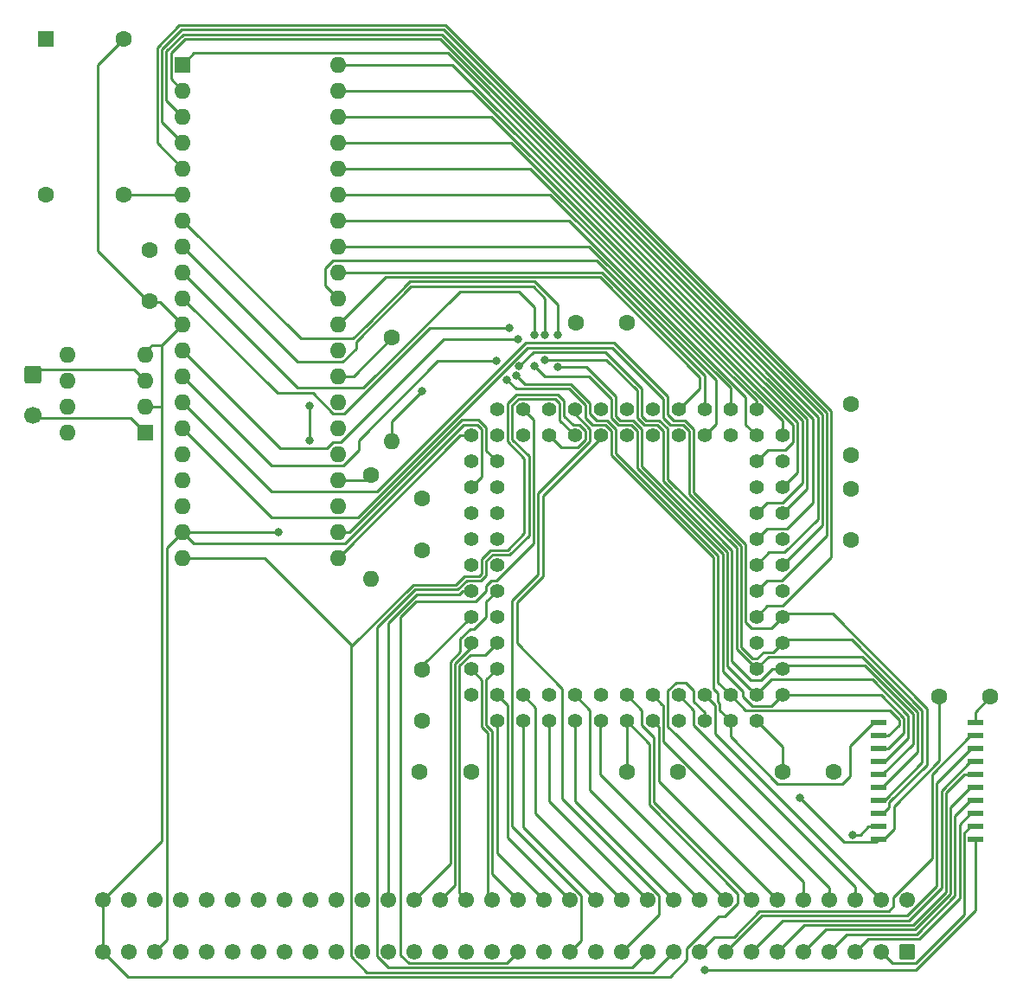
<source format=gbr>
%TF.GenerationSoftware,KiCad,Pcbnew,7.0.5*%
%TF.CreationDate,2024-02-10T13:24:14-07:00*%
%TF.ProjectId,z80_board,7a38305f-626f-4617-9264-2e6b69636164,rev?*%
%TF.SameCoordinates,Original*%
%TF.FileFunction,Copper,L1,Top*%
%TF.FilePolarity,Positive*%
%FSLAX46Y46*%
G04 Gerber Fmt 4.6, Leading zero omitted, Abs format (unit mm)*
G04 Created by KiCad (PCBNEW 7.0.5) date 2024-02-10 13:24:14*
%MOMM*%
%LPD*%
G01*
G04 APERTURE LIST*
G04 Aperture macros list*
%AMRoundRect*
0 Rectangle with rounded corners*
0 $1 Rounding radius*
0 $2 $3 $4 $5 $6 $7 $8 $9 X,Y pos of 4 corners*
0 Add a 4 corners polygon primitive as box body*
4,1,4,$2,$3,$4,$5,$6,$7,$8,$9,$2,$3,0*
0 Add four circle primitives for the rounded corners*
1,1,$1+$1,$2,$3*
1,1,$1+$1,$4,$5*
1,1,$1+$1,$6,$7*
1,1,$1+$1,$8,$9*
0 Add four rect primitives between the rounded corners*
20,1,$1+$1,$2,$3,$4,$5,0*
20,1,$1+$1,$4,$5,$6,$7,0*
20,1,$1+$1,$6,$7,$8,$9,0*
20,1,$1+$1,$8,$9,$2,$3,0*%
G04 Aperture macros list end*
%TA.AperFunction,ComponentPad*%
%ADD10RoundRect,0.250000X-0.600000X0.600000X-0.600000X-0.600000X0.600000X-0.600000X0.600000X0.600000X0*%
%TD*%
%TA.AperFunction,ComponentPad*%
%ADD11C,1.700000*%
%TD*%
%TA.AperFunction,ComponentPad*%
%ADD12C,1.600000*%
%TD*%
%TA.AperFunction,SMDPad,CuDef*%
%ADD13R,1.500000X0.600000*%
%TD*%
%TA.AperFunction,ComponentPad*%
%ADD14R,1.600000X1.600000*%
%TD*%
%TA.AperFunction,ComponentPad*%
%ADD15O,1.600000X1.600000*%
%TD*%
%TA.AperFunction,ComponentPad*%
%ADD16C,1.422400*%
%TD*%
%TA.AperFunction,ComponentPad*%
%ADD17RoundRect,0.249999X0.525001X0.525001X-0.525001X0.525001X-0.525001X-0.525001X0.525001X-0.525001X0*%
%TD*%
%TA.AperFunction,ComponentPad*%
%ADD18C,1.550000*%
%TD*%
%TA.AperFunction,ViaPad*%
%ADD19C,0.800000*%
%TD*%
%TA.AperFunction,Conductor*%
%ADD20C,0.250000*%
%TD*%
G04 APERTURE END LIST*
D10*
%TO.P,SW1,1,1*%
%TO.N,GND*%
X82750000Y-100000000D03*
D11*
%TO.P,SW1,2,2*%
%TO.N,Net-(U4-~{MR})*%
X82750000Y-104000000D03*
%TD*%
D12*
%TO.P,C9,2*%
%TO.N,VCC*%
X94150000Y-92800000D03*
%TO.P,C9,1*%
%TO.N,GND*%
X94150000Y-87800000D03*
%TD*%
D13*
%TO.P,U2,1,~{ba}/ab*%
%TO.N,R{slash}~{W}*%
X175000000Y-145465000D03*
%TO.P,U2,2,A0*%
%TO.N,DATA^{BUS}0*%
X175000000Y-144195000D03*
%TO.P,U2,3,A1*%
%TO.N,DATA^{BUS}1*%
X175000000Y-142925000D03*
%TO.P,U2,4,A2*%
%TO.N,DATA^{BUS}2*%
X175000000Y-141655000D03*
%TO.P,U2,5,A3*%
%TO.N,DATA^{BUS}3*%
X175000000Y-140385000D03*
%TO.P,U2,6,A4*%
%TO.N,DATA^{BUS}4*%
X175000000Y-139115000D03*
%TO.P,U2,7,A5*%
%TO.N,DATA^{BUS}5*%
X175000000Y-137845000D03*
%TO.P,U2,8,A6*%
%TO.N,DATA^{BUS}6*%
X175000000Y-136575000D03*
%TO.P,U2,9,A7*%
%TO.N,DATA^{BUS}7*%
X175000000Y-135305000D03*
%TO.P,U2,10,GND*%
%TO.N,GND*%
X175000000Y-134035000D03*
%TO.P,U2,11,B7*%
%TO.N,DATA^{MPU}7*%
X165500000Y-134035000D03*
%TO.P,U2,12,B6*%
%TO.N,DATA^{MPU}6*%
X165500000Y-135305000D03*
%TO.P,U2,13,B5*%
%TO.N,DATA^{MPU}5*%
X165500000Y-136575000D03*
%TO.P,U2,14,B4*%
%TO.N,DATA^{MPU}4*%
X165500000Y-137845000D03*
%TO.P,U2,15,B3*%
%TO.N,DATA^{MPU}3*%
X165500000Y-139115000D03*
%TO.P,U2,16,B2*%
%TO.N,DATA^{MPU}2*%
X165500000Y-140385000D03*
%TO.P,U2,17,B1*%
%TO.N,DATA^{MPU}1*%
X165500000Y-141655000D03*
%TO.P,U2,18,B0*%
%TO.N,DATA^{MPU}0*%
X165500000Y-142925000D03*
%TO.P,U2,19,CE*%
%TO.N,~{MRQ}*%
X165500000Y-144195000D03*
%TO.P,U2,20,VCC*%
%TO.N,VCC*%
X165500000Y-145465000D03*
%TD*%
D12*
%TO.P,C10,1*%
%TO.N,GND*%
X176500000Y-131500000D03*
%TO.P,C10,2*%
%TO.N,VCC*%
X171500000Y-131500000D03*
%TD*%
D14*
%TO.P,U4,1,~{MR}*%
%TO.N,Net-(U4-~{MR})*%
X93750000Y-105642704D03*
D15*
%TO.P,U4,2,VCC*%
%TO.N,VCC*%
X93750000Y-103102704D03*
%TO.P,U4,3,GND*%
%TO.N,GND*%
X93750000Y-100562704D03*
%TO.P,U4,4,PFI*%
%TO.N,VCC*%
X93750000Y-98022704D03*
%TO.P,U4,5,~{PFO}*%
%TO.N,~{FIRQ}*%
X86130000Y-98022704D03*
%TO.P,U4,6,WDI*%
%TO.N,unconnected-(U4-WDI-Pad6)*%
X86130000Y-100562704D03*
%TO.P,U4,7,~{RES}*%
%TO.N,~{RES}*%
X86130000Y-103102704D03*
%TO.P,U4,8,~{WDO}*%
%TO.N,unconnected-(U4-~{WDO}-Pad8)*%
X86130000Y-105642704D03*
%TD*%
D12*
%TO.P,C3,1*%
%TO.N,VCC*%
X140867295Y-94882704D03*
%TO.P,C3,2*%
%TO.N,GND*%
X135867295Y-94882704D03*
%TD*%
D16*
%TO.P,U3,84,GOE1*%
%TO.N,unconnected-(U3-GOE1-Pad84)*%
X143407295Y-105932704D03*
%TO.P,U3,83,GLCK1*%
%TO.N,unconnected-(U3-GLCK1-Pad83)*%
X143407295Y-103392704D03*
%TO.P,U3,82,GND*%
%TO.N,GND*%
X145947295Y-105932704D03*
%TO.P,U3,81,A^{IN}0*%
%TO.N,ADDR^{MPU}0*%
X145947295Y-103392704D03*
%TO.P,U3,80,A^{IN}1*%
%TO.N,ADDR^{MPU}1*%
X148487295Y-105932704D03*
%TO.P,U3,79,A^{IN}2*%
%TO.N,ADDR^{MPU}2*%
X148487295Y-103392704D03*
%TO.P,U3,78,VCC^{IO}*%
%TO.N,VCC*%
X151027295Y-105932704D03*
%TO.P,U3,77,A^{IN}3*%
%TO.N,ADDR^{MPU}3*%
X151027295Y-103392704D03*
%TO.P,U3,76,A^{IN}4*%
%TO.N,ADDR^{MPU}4*%
X153567295Y-105932704D03*
%TO.P,U3,75,A^{IN}5*%
%TO.N,ADDR^{MPU}5*%
X153567295Y-103392704D03*
%TO.P,U3,74,A^{IN}6*%
%TO.N,ADDR^{MPU}6*%
X156107295Y-105932704D03*
%TO.P,U3,73,A^{IN}7*%
%TO.N,ADDR^{MPU}7*%
X153567295Y-108472704D03*
%TO.P,U3,72,GND*%
%TO.N,GND*%
X156107295Y-108472704D03*
%TO.P,U3,71,JTAG^{TDO}*%
%TO.N,unconnected-(U3-JTAG^{TDO}-Pad71)*%
X153567295Y-111012704D03*
%TO.P,U3,70,A^{IN}8*%
%TO.N,ADDR^{MPU}8*%
X156107295Y-111012704D03*
%TO.P,U3,69,A^{IN}9*%
%TO.N,ADDR^{MPU}9*%
X153567295Y-113552704D03*
%TO.P,U3,68,A^{IN}10*%
%TO.N,ADDR^{MPU}10*%
X156107295Y-113552704D03*
%TO.P,U3,67,A^{IN}11*%
%TO.N,ADDR^{MPU}11*%
X153567295Y-116092704D03*
%TO.P,U3,66,VCC^{IO}*%
%TO.N,VCC*%
X156107295Y-116092704D03*
%TO.P,U3,65,A^{IN}12*%
%TO.N,ADDR^{MPU}12*%
X153567295Y-118632704D03*
%TO.P,U3,64,A^{IN}13*%
%TO.N,ADDR^{MPU}13*%
X156107295Y-118632704D03*
%TO.P,U3,63,A^{IN}14*%
%TO.N,ADDR^{MPU}14*%
X153567295Y-121172704D03*
%TO.P,U3,62,JTAG^{TCK}*%
%TO.N,unconnected-(U3-JTAG^{TCK}-Pad62)*%
X156107295Y-121172704D03*
%TO.P,U3,61,A^{IN}15*%
%TO.N,ADDR^{MPU}15*%
X153567295Y-123712704D03*
%TO.P,U3,60,D0*%
%TO.N,DATA^{MPU}0*%
X156107295Y-123712704D03*
%TO.P,U3,59,GND*%
%TO.N,GND*%
X153567295Y-126252704D03*
%TO.P,U3,58,D1*%
%TO.N,DATA^{MPU}1*%
X156107295Y-126252704D03*
%TO.P,U3,57,D2*%
%TO.N,DATA^{MPU}2*%
X153567295Y-128792704D03*
%TO.P,U3,56,D3*%
%TO.N,DATA^{MPU}3*%
X156107295Y-128792704D03*
%TO.P,U3,55,D4*%
%TO.N,DATA^{MPU}4*%
X153567295Y-131332704D03*
%TO.P,U3,54,D5*%
%TO.N,DATA^{MPU}5*%
X156107295Y-131332704D03*
%TO.P,U3,53,VCC^{IO}*%
%TO.N,VCC*%
X153567295Y-133872704D03*
%TO.P,U3,52,D6*%
%TO.N,DATA^{MPU}6*%
X151027295Y-131332704D03*
%TO.P,U3,51,D7*%
%TO.N,DATA^{MPU}7*%
X151027295Y-133872704D03*
%TO.P,U3,50,A^{OUT}0*%
%TO.N,ADDR^{BUS}0*%
X148487295Y-131332704D03*
%TO.P,U3,49,A^{OUT}1*%
%TO.N,ADDR^{BUS}2*%
X148487295Y-133872704D03*
%TO.P,U3,48,A^{OUT}2*%
%TO.N,ADDR^{BUS}1*%
X145947295Y-131332704D03*
%TO.P,U3,47,GND*%
%TO.N,GND*%
X145947295Y-133872704D03*
%TO.P,U3,46,A^{OUT}3*%
%TO.N,ADDR^{BUS}3*%
X143407295Y-131332704D03*
%TO.P,U3,45,A^{OUT}4*%
%TO.N,ADDR^{BUS}4*%
X143407295Y-133872704D03*
%TO.P,U3,44,A^{OUT}5*%
%TO.N,ADDR^{BUS}5*%
X140867295Y-131332704D03*
%TO.P,U3,43,VCC^{INT}*%
%TO.N,VCC*%
X140867295Y-133872704D03*
%TO.P,U3,42,GND*%
%TO.N,GND*%
X138327295Y-131332704D03*
%TO.P,U3,41,A^{OUT}6*%
%TO.N,ADDR^{BUS}6*%
X138327295Y-133872704D03*
%TO.P,U3,40,A^{OUT}7*%
%TO.N,ADDR^{BUS}7*%
X135787295Y-131332704D03*
%TO.P,U3,39,A^{OUT}8*%
%TO.N,ADDR^{BUS}8*%
X135787295Y-133872704D03*
%TO.P,U3,38,VCC^{IO}*%
%TO.N,VCC*%
X133247295Y-131332704D03*
%TO.P,U3,37,A^{OUT}9*%
%TO.N,ADDR^{BUS}9*%
X133247295Y-133872704D03*
%TO.P,U3,36,A^{OUT}10*%
%TO.N,ADDR^{BUS}10*%
X130707295Y-131332704D03*
%TO.P,U3,35,A^{OUT}11*%
%TO.N,ADDR^{BUS}11*%
X130707295Y-133872704D03*
%TO.P,U3,34,A^{OUT}12*%
%TO.N,ADDR^{BUS}12*%
X128167295Y-131332704D03*
%TO.P,U3,33,A^{OUT}13*%
%TO.N,ADDR^{BUS}13*%
X128167295Y-133872704D03*
%TO.P,U3,32,GND*%
%TO.N,GND*%
X125627295Y-131332704D03*
%TO.P,U3,31,A^{OUT}14*%
%TO.N,ADDR^{BUS}14*%
X128167295Y-128792704D03*
%TO.P,U3,30,A^{OUT}15*%
%TO.N,ADDR^{BUS}15*%
X125627295Y-128792704D03*
%TO.P,U3,29,A^{OUT}16*%
%TO.N,ADDR^{BUS}16*%
X128167295Y-126252704D03*
%TO.P,U3,28,A^{OUT}17*%
%TO.N,ADDR^{BUS}17*%
X125627295Y-126252704D03*
%TO.P,U3,27,NC*%
%TO.N,unconnected-(U3-NC-Pad27)*%
X128167295Y-123712704D03*
%TO.P,U3,26,VCC^{IO}*%
%TO.N,VCC*%
X125627295Y-123712704D03*
%TO.P,U3,25,A^{OUT}18*%
%TO.N,ADDR^{BUS}18*%
X128167295Y-121172704D03*
%TO.P,U3,24,A^{OUT}19*%
%TO.N,ADDR^{BUS}19*%
X125627295Y-121172704D03*
%TO.P,U3,23,JTAG^{TMS}*%
%TO.N,unconnected-(U3-JTAG^{TMS}-Pad23)*%
X128167295Y-118632704D03*
%TO.P,U3,22,NC*%
%TO.N,unconnected-(U3-NC-Pad22)*%
X125627295Y-118632704D03*
%TO.P,U3,21,NC*%
%TO.N,unconnected-(U3-NC-Pad21)*%
X128167295Y-116092704D03*
%TO.P,U3,20,NC*%
%TO.N,unconnected-(U3-NC-Pad20)*%
X125627295Y-116092704D03*
%TO.P,U3,19,GND*%
%TO.N,GND*%
X128167295Y-113552704D03*
%TO.P,U3,18,NC*%
%TO.N,unconnected-(U3-NC-Pad18)*%
X125627295Y-113552704D03*
%TO.P,U3,17,NC*%
%TO.N,unconnected-(U3-NC-Pad17)*%
X128167295Y-111012704D03*
%TO.P,U3,16,~{MRQ}*%
%TO.N,~{MRQ}*%
X125627295Y-111012704D03*
%TO.P,U3,15,~{W}*%
%TO.N,~{W}*%
X128167295Y-108472704D03*
%TO.P,U3,14,JTAG^{TDI}*%
%TO.N,unconnected-(U3-JTAG^{TDI}-Pad14)*%
X125627295Y-108472704D03*
%TO.P,U3,13,VCC^{IO}*%
%TO.N,VCC*%
X128167295Y-105932704D03*
%TO.P,U3,12,~{R}*%
%TO.N,~{R}*%
X125627295Y-105932704D03*
%TO.P,U3,11,Q*%
%TO.N,unconnected-(U3-Q-Pad11)*%
X128167295Y-103392704D03*
%TO.P,U3,10,E*%
%TO.N,unconnected-(U3-E-Pad10)*%
X130707295Y-105932704D03*
%TO.P,U3,9,~{INT}^{mem}*%
%TO.N,~{FIRQ}*%
X130707295Y-103392704D03*
%TO.P,U3,8,IOSEL*%
%TO.N,IOSEL*%
X133247295Y-105932704D03*
%TO.P,U3,7,GND*%
%TO.N,GND*%
X133247295Y-103392704D03*
%TO.P,U3,6,R/~{W}*%
%TO.N,R{slash}~{W}*%
X135787295Y-105932704D03*
%TO.P,U3,5,~{RES}*%
%TO.N,~{RES}*%
X135787295Y-103392704D03*
%TO.P,U3,4,CLK*%
%TO.N,CLK^{E}*%
X138327295Y-105932704D03*
%TO.P,U3,3,VCC^{INT}*%
%TO.N,VCC*%
X138327295Y-103392704D03*
%TO.P,U3,2,GCLK2*%
%TO.N,unconnected-(U3-GCLK2-Pad2)*%
X140867295Y-105932704D03*
%TO.P,U3,1,GCLR1*%
%TO.N,unconnected-(U3-GCLR1-Pad1)*%
X140867295Y-103392704D03*
%TD*%
D12*
%TO.P,C1,1*%
%TO.N,VCC*%
X162867295Y-116132704D03*
%TO.P,C1,2*%
%TO.N,GND*%
X162867295Y-111132704D03*
%TD*%
D14*
%TO.P,U1,1,A11*%
%TO.N,ADDR^{MPU}11*%
X97367295Y-69642704D03*
D15*
%TO.P,U1,2,A12*%
%TO.N,ADDR^{MPU}12*%
X97367295Y-72182704D03*
%TO.P,U1,3,A13*%
%TO.N,ADDR^{MPU}13*%
X97367295Y-74722704D03*
%TO.P,U1,4,A14*%
%TO.N,ADDR^{MPU}14*%
X97367295Y-77262704D03*
%TO.P,U1,5,A15*%
%TO.N,ADDR^{MPU}15*%
X97367295Y-79802704D03*
%TO.P,U1,6,~{CLK}*%
%TO.N,CLK^{E}*%
X97367295Y-82342704D03*
%TO.P,U1,7,D4*%
%TO.N,DATA^{MPU}4*%
X97367295Y-84882704D03*
%TO.P,U1,8,D3*%
%TO.N,DATA^{MPU}3*%
X97367295Y-87422704D03*
%TO.P,U1,9,D5*%
%TO.N,DATA^{MPU}5*%
X97367295Y-89962704D03*
%TO.P,U1,10,D6*%
%TO.N,DATA^{MPU}6*%
X97367295Y-92502704D03*
%TO.P,U1,11,VCC*%
%TO.N,VCC*%
X97367295Y-95042704D03*
%TO.P,U1,12,D2*%
%TO.N,DATA^{MPU}2*%
X97367295Y-97582704D03*
%TO.P,U1,13,D7*%
%TO.N,DATA^{MPU}7*%
X97367295Y-100122704D03*
%TO.P,U1,14,D0*%
%TO.N,DATA^{MPU}0*%
X97367295Y-102662704D03*
%TO.P,U1,15,D1*%
%TO.N,DATA^{MPU}1*%
X97367295Y-105202704D03*
%TO.P,U1,16,~{INT}*%
%TO.N,~{IRQ}*%
X97367295Y-107742704D03*
%TO.P,U1,17,~{NMI}*%
%TO.N,~{NMI}*%
X97367295Y-110282704D03*
%TO.P,U1,18,~{HALT}*%
%TO.N,B^{AVAIL}*%
X97367295Y-112822704D03*
%TO.P,U1,19,~{MREQ}*%
%TO.N,~{MRQ}*%
X97367295Y-115362704D03*
%TO.P,U1,20,~{IORQ}*%
%TO.N,IOSEL*%
X97367295Y-117902704D03*
%TO.P,U1,21,~{RD}*%
%TO.N,~{R}*%
X112607295Y-117902704D03*
%TO.P,U1,22,~{WR}*%
%TO.N,~{W}*%
X112607295Y-115362704D03*
%TO.P,U1,23,~{BUSACK}*%
%TO.N,~{Pull-Down}*%
X112607295Y-112822704D03*
%TO.P,U1,24,~{WAIT}*%
%TO.N,~{Pull-Up}*%
X112607295Y-110282704D03*
%TO.P,U1,25,~{BUSRQ}*%
X112607295Y-107742704D03*
%TO.P,U1,26,~{RESET}*%
%TO.N,~{RES}*%
X112607295Y-105202704D03*
%TO.P,U1,27,~{M1}*%
%TO.N,~{Pull-Down}*%
X112607295Y-102662704D03*
%TO.P,U1,28,~{RFSH}*%
X112607295Y-100122704D03*
%TO.P,U1,29,GND*%
%TO.N,GND*%
X112607295Y-97582704D03*
%TO.P,U1,30,A0*%
%TO.N,ADDR^{MPU}0*%
X112607295Y-95042704D03*
%TO.P,U1,31,A1*%
%TO.N,ADDR^{MPU}1*%
X112607295Y-92502704D03*
%TO.P,U1,32,A2*%
%TO.N,ADDR^{MPU}2*%
X112607295Y-89962704D03*
%TO.P,U1,33,A3*%
%TO.N,ADDR^{MPU}3*%
X112607295Y-87422704D03*
%TO.P,U1,34,A4*%
%TO.N,ADDR^{MPU}4*%
X112607295Y-84882704D03*
%TO.P,U1,35,A5*%
%TO.N,ADDR^{MPU}5*%
X112607295Y-82342704D03*
%TO.P,U1,36,A6*%
%TO.N,ADDR^{MPU}6*%
X112607295Y-79802704D03*
%TO.P,U1,37,A7*%
%TO.N,ADDR^{MPU}7*%
X112607295Y-77262704D03*
%TO.P,U1,38,A8*%
%TO.N,ADDR^{MPU}8*%
X112607295Y-74722704D03*
%TO.P,U1,39,A9*%
%TO.N,ADDR^{MPU}9*%
X112607295Y-72182704D03*
%TO.P,U1,40,A10*%
%TO.N,ADDR^{MPU}10*%
X112607295Y-69642704D03*
%TD*%
D12*
%TO.P,C6,1*%
%TO.N,VCC*%
X140867295Y-138882704D03*
%TO.P,C6,2*%
%TO.N,GND*%
X145867295Y-138882704D03*
%TD*%
%TO.P,C2,1*%
%TO.N,VCC*%
X162867295Y-107882704D03*
%TO.P,C2,2*%
%TO.N,GND*%
X162867295Y-102882704D03*
%TD*%
D17*
%TO.P,J1,64,GND*%
%TO.N,GND*%
X168320000Y-156460000D03*
D18*
%TO.P,J1,63,D0*%
%TO.N,DATA^{BUS}0*%
X165780000Y-156460000D03*
%TO.P,J1,62,D1*%
%TO.N,DATA^{BUS}1*%
X163240000Y-156460000D03*
%TO.P,J1,61,D2*%
%TO.N,DATA^{BUS}2*%
X160700000Y-156460000D03*
%TO.P,J1,60,D3*%
%TO.N,DATA^{BUS}3*%
X158160000Y-156460000D03*
%TO.P,J1,59,D4*%
%TO.N,DATA^{BUS}4*%
X155620000Y-156460000D03*
%TO.P,J1,58,D5*%
%TO.N,DATA^{BUS}5*%
X153080000Y-156460000D03*
%TO.P,J1,57,D6*%
%TO.N,DATA^{BUS}6*%
X150540000Y-156460000D03*
%TO.P,J1,56,D7*%
%TO.N,DATA^{BUS}7*%
X148000000Y-156460000D03*
%TO.P,J1,55,IOSEL*%
%TO.N,IOSEL*%
X145460000Y-156460000D03*
%TO.P,J1,54,R/~{W}*%
%TO.N,R{slash}~{W}*%
X142920000Y-156460000D03*
%TO.P,J1,53,CLK^{MCU}*%
%TO.N,CLK^{E}*%
X140380000Y-156460000D03*
%TO.P,J1,52,~{HALT}*%
%TO.N,~{HALT}*%
X137840000Y-156460000D03*
%TO.P,J1,51,~{RESET}*%
%TO.N,~{RES}*%
X135300000Y-156460000D03*
%TO.P,J1,50,~{IRQ}*%
%TO.N,~{IRQ}*%
X132760000Y-156460000D03*
%TO.P,J1,49,~{FIRQ}*%
%TO.N,~{FIRQ}*%
X130220000Y-156460000D03*
%TO.P,J1,48,~{NMI}*%
%TO.N,~{NMI}*%
X127680000Y-156460000D03*
%TO.P,J1,47,B^{AVAIL}*%
%TO.N,B^{AVAIL}*%
X125140000Y-156460000D03*
%TO.P,J1,46,B^{STAT}*%
%TO.N,B^{STAT}*%
X122600000Y-156460000D03*
%TO.P,J1,45,CON^{RX}*%
%TO.N,unconnected-(J1-CON^{RX}-Pad45)*%
X120060000Y-156460000D03*
%TO.P,J1,44,CON^{TX}*%
%TO.N,unconnected-(J1-CON^{TX}-Pad44)*%
X117520000Y-156460000D03*
%TO.P,J1,43,SPI^{MOSI}*%
%TO.N,unconnected-(J1-SPI^{MOSI}-Pad43)*%
X114980000Y-156460000D03*
%TO.P,J1,42,SPI^{MISO}*%
%TO.N,unconnected-(J1-SPI^{MISO}-Pad42)*%
X112440000Y-156460000D03*
%TO.P,J1,41,SPI^{CLK}*%
%TO.N,unconnected-(J1-SPI^{CLK}-Pad41)*%
X109900000Y-156460000D03*
%TO.P,J1,40,SPI^{~{CS}A0}*%
%TO.N,unconnected-(J1-SPI^{~{CS}A0}-Pad40)*%
X107360000Y-156460000D03*
%TO.P,J1,39,SPI^{~{CS}A1}*%
%TO.N,unconnected-(J1-SPI^{~{CS}A1}-Pad39)*%
X104820000Y-156460000D03*
%TO.P,J1,38,SPI^{~{CS}A2}*%
%TO.N,unconnected-(J1-SPI^{~{CS}A2}-Pad38)*%
X102280000Y-156460000D03*
%TO.P,J1,37,i^{2}C^{SCL}*%
%TO.N,unconnected-(J1-i^{2}C^{SCL}-Pad37)*%
X99740000Y-156460000D03*
%TO.P,J1,36,i^{2}C^{SDA}*%
%TO.N,unconnected-(J1-i^{2}C^{SDA}-Pad36)*%
X97200000Y-156460000D03*
%TO.P,J1,35,~{MREQ}*%
%TO.N,~{MRQ}*%
X94660000Y-156460000D03*
%TO.P,J1,34,+12V*%
%TO.N,unconnected-(J1-+12V-Pad34)*%
X92120000Y-156460000D03*
%TO.P,J1,33,+5V*%
%TO.N,VCC*%
X89580000Y-156460000D03*
%TO.P,J1,32,+5V*%
X89580000Y-151380000D03*
%TO.P,J1,31,+12V*%
%TO.N,unconnected-(J1-+12V-Pad31)*%
X92120000Y-151380000D03*
%TO.P,J1,30*%
%TO.N,unconnected-(J1-Pad30)*%
X94660000Y-151380000D03*
%TO.P,J1,29*%
%TO.N,unconnected-(J1-Pad29)*%
X97200000Y-151380000D03*
%TO.P,J1,28*%
%TO.N,unconnected-(J1-Pad28)*%
X99740000Y-151380000D03*
%TO.P,J1,27*%
%TO.N,unconnected-(J1-Pad27)*%
X102280000Y-151380000D03*
%TO.P,J1,26*%
%TO.N,unconnected-(J1-Pad26)*%
X104820000Y-151380000D03*
%TO.P,J1,25*%
%TO.N,unconnected-(J1-Pad25)*%
X107360000Y-151380000D03*
%TO.P,J1,24*%
%TO.N,unconnected-(J1-Pad24)*%
X109900000Y-151380000D03*
%TO.P,J1,23*%
%TO.N,unconnected-(J1-Pad23)*%
X112440000Y-151380000D03*
%TO.P,J1,22*%
%TO.N,unconnected-(J1-Pad22)*%
X114980000Y-151380000D03*
%TO.P,J1,21,A19*%
%TO.N,ADDR^{BUS}19*%
X117520000Y-151380000D03*
%TO.P,J1,20,A18*%
%TO.N,ADDR^{BUS}18*%
X120060000Y-151380000D03*
%TO.P,J1,19,A17*%
%TO.N,ADDR^{BUS}17*%
X122600000Y-151380000D03*
%TO.P,J1,18,A16*%
%TO.N,ADDR^{BUS}16*%
X125140000Y-151380000D03*
%TO.P,J1,17,A15*%
%TO.N,ADDR^{BUS}15*%
X127680000Y-151380000D03*
%TO.P,J1,16,A14*%
%TO.N,ADDR^{BUS}14*%
X130220000Y-151380000D03*
%TO.P,J1,15,A13*%
%TO.N,ADDR^{BUS}13*%
X132760000Y-151380000D03*
%TO.P,J1,14,A12*%
%TO.N,ADDR^{BUS}12*%
X135300000Y-151380000D03*
%TO.P,J1,13,A11*%
%TO.N,ADDR^{BUS}11*%
X137840000Y-151380000D03*
%TO.P,J1,12,A10*%
%TO.N,ADDR^{BUS}10*%
X140380000Y-151380000D03*
%TO.P,J1,11,A9*%
%TO.N,ADDR^{BUS}9*%
X142920000Y-151380000D03*
%TO.P,J1,10,A8*%
%TO.N,ADDR^{BUS}8*%
X145460000Y-151380000D03*
%TO.P,J1,9,A7*%
%TO.N,ADDR^{BUS}7*%
X148000000Y-151380000D03*
%TO.P,J1,8,A6*%
%TO.N,ADDR^{BUS}6*%
X150540000Y-151380000D03*
%TO.P,J1,7,A5*%
%TO.N,ADDR^{BUS}5*%
X153080000Y-151380000D03*
%TO.P,J1,6,A4*%
%TO.N,ADDR^{BUS}4*%
X155620000Y-151380000D03*
%TO.P,J1,5,A3*%
%TO.N,ADDR^{BUS}3*%
X158160000Y-151380000D03*
%TO.P,J1,4,A2*%
%TO.N,ADDR^{BUS}2*%
X160700000Y-151380000D03*
%TO.P,J1,3,A1*%
%TO.N,ADDR^{BUS}1*%
X163240000Y-151380000D03*
%TO.P,J1,2,A0*%
%TO.N,ADDR^{BUS}0*%
X165780000Y-151380000D03*
%TO.P,J1,1,GND*%
%TO.N,GND*%
X168320000Y-151380000D03*
%TD*%
D12*
%TO.P,C8,1*%
%TO.N,VCC*%
X120867295Y-128882704D03*
%TO.P,C8,2*%
%TO.N,GND*%
X120867295Y-133882704D03*
%TD*%
D14*
%TO.P,X1,1,EN*%
%TO.N,unconnected-(X1-EN-Pad1)*%
X83997295Y-67142704D03*
D12*
%TO.P,X1,7,GND*%
%TO.N,GND*%
X83997295Y-82382704D03*
%TO.P,X1,8,OUT*%
%TO.N,CLK^{E}*%
X91617295Y-82382704D03*
%TO.P,X1,14,Vcc*%
%TO.N,VCC*%
X91617295Y-67142704D03*
%TD*%
%TO.P,R6,1*%
%TO.N,~{Pull-Down}*%
X117867295Y-96382704D03*
D15*
%TO.P,R6,2*%
%TO.N,GND*%
X117867295Y-106542704D03*
%TD*%
D12*
%TO.P,C7,1*%
%TO.N,VCC*%
X156117295Y-138882704D03*
%TO.P,C7,2*%
%TO.N,GND*%
X161117295Y-138882704D03*
%TD*%
%TO.P,C4,1*%
%TO.N,VCC*%
X120867295Y-112132704D03*
%TO.P,C4,2*%
%TO.N,GND*%
X120867295Y-117132704D03*
%TD*%
%TO.P,C5,1*%
%TO.N,VCC*%
X125617295Y-138882704D03*
%TO.P,C5,2*%
%TO.N,GND*%
X120617295Y-138882704D03*
%TD*%
%TO.P,R1,1*%
%TO.N,~{Pull-Up}*%
X115867295Y-109802704D03*
D15*
%TO.P,R1,2*%
%TO.N,VCC*%
X115867295Y-119962704D03*
%TD*%
D19*
%TO.N,~{Pull-Down}*%
X109800000Y-103000000D03*
X109800000Y-106400000D03*
%TO.N,GND*%
X120800000Y-101600000D03*
%TO.N,VCC*%
X157800000Y-141400000D03*
%TO.N,~{MRQ}*%
X106750000Y-115362704D03*
X163000000Y-145000000D03*
%TO.N,R{slash}~{W}*%
X148500000Y-158250000D03*
%TO.N,DATA^{MPU}4*%
X134117295Y-99231704D03*
X134117295Y-96132704D03*
%TO.N,DATA^{MPU}3*%
X132867295Y-96132704D03*
X132867295Y-98507204D03*
%TO.N,DATA^{MPU}5*%
X131867295Y-96132704D03*
X131867295Y-99132704D03*
%TO.N,DATA^{MPU}6*%
X129367295Y-95382704D03*
X130047976Y-100096730D03*
%TO.N,DATA^{MPU}2*%
X130355948Y-99145857D03*
X130269728Y-96546484D03*
%TO.N,DATA^{MPU}7*%
X128117295Y-98632704D03*
X129126495Y-100483871D03*
%TD*%
D20*
%TO.N,~{Pull-Down}*%
X109800000Y-106400000D02*
X109800000Y-103000000D01*
%TO.N,DATA^{MPU}6*%
X113212294Y-103787704D02*
X113374999Y-103624999D01*
X110153600Y-101800000D02*
X112141304Y-103787704D01*
X106664591Y-101800000D02*
X110153600Y-101800000D01*
X112141304Y-103787704D02*
X113212294Y-103787704D01*
X97367295Y-92502704D02*
X106664591Y-101800000D01*
%TO.N,DATA^{MPU}2*%
X112882295Y-106617704D02*
X122953515Y-96546484D01*
X106984591Y-107200000D02*
X111559008Y-107200000D01*
X111559008Y-107200000D02*
X112141304Y-106617704D01*
X112141304Y-106617704D02*
X112882295Y-106617704D01*
X97367295Y-97582704D02*
X106984591Y-107200000D01*
X122953515Y-96546484D02*
X130269728Y-96546484D01*
%TO.N,GND*%
X117867295Y-104532705D02*
X120800000Y-101600000D01*
X117867295Y-106542704D02*
X117867295Y-104532705D01*
X175000000Y-133000000D02*
X176500000Y-131500000D01*
X175000000Y-134035000D02*
X175000000Y-133000000D01*
%TO.N,VCC*%
X162125000Y-145725000D02*
X157800000Y-141400000D01*
X165240000Y-145725000D02*
X162125000Y-145725000D01*
X165500000Y-145465000D02*
X165240000Y-145725000D01*
%TO.N,CLK^{E}*%
X91657295Y-82342704D02*
X91617295Y-82382704D01*
X97367295Y-82342704D02*
X91657295Y-82342704D01*
%TO.N,GND*%
X83312296Y-99437704D02*
X82750000Y-100000000D01*
X93750000Y-100562704D02*
X92625000Y-99437704D01*
X92625000Y-99437704D02*
X83312296Y-99437704D01*
%TO.N,Net-(U4-~{MR})*%
X82977704Y-104227704D02*
X82750000Y-104000000D01*
X92335000Y-104227704D02*
X82977704Y-104227704D01*
X93750000Y-105642704D02*
X92335000Y-104227704D01*
%TO.N,VCC*%
X95317295Y-97092704D02*
X95587295Y-96822704D01*
X94387295Y-97092704D02*
X95317295Y-97092704D01*
X93750000Y-97729999D02*
X94387295Y-97092704D01*
X93750000Y-98022704D02*
X93750000Y-97729999D01*
X93750000Y-103102704D02*
X95357295Y-103102704D01*
X95357295Y-103102704D02*
X95367295Y-103092704D01*
%TO.N,~{MRQ}*%
X106750000Y-115362704D02*
X97367295Y-115362704D01*
%TO.N,VCC*%
X167025000Y-144475000D02*
X166035000Y-145465000D01*
X167025000Y-142193604D02*
X167025000Y-144475000D01*
X171500000Y-137718604D02*
X167025000Y-142193604D01*
X171500000Y-131500000D02*
X171500000Y-137718604D01*
X166035000Y-145465000D02*
X165500000Y-145465000D01*
%TO.N,DATA^{MPU}0*%
X170250000Y-132631624D02*
X161012882Y-123394506D01*
X170250000Y-138136396D02*
X170250000Y-132631624D01*
X166575000Y-142280000D02*
X166575000Y-141811396D01*
X165930000Y-142925000D02*
X166575000Y-142280000D01*
X166575000Y-141811396D02*
X170250000Y-138136396D01*
X165500000Y-142925000D02*
X165930000Y-142925000D01*
X161012882Y-123394506D02*
X156425493Y-123394506D01*
%TO.N,~{MRQ}*%
X163750000Y-145000000D02*
X163000000Y-145000000D01*
X164555000Y-144195000D02*
X163750000Y-145000000D01*
X165500000Y-144195000D02*
X164555000Y-144195000D01*
X95817295Y-116912704D02*
X97367295Y-115362704D01*
X95817295Y-155302705D02*
X95817295Y-116912704D01*
X94660000Y-156460000D02*
X95817295Y-155302705D01*
%TO.N,DATA^{MPU}4*%
X114042294Y-96457704D02*
X115374999Y-95124999D01*
X108942295Y-96457704D02*
X114042294Y-96457704D01*
X97367295Y-84882704D02*
X108942295Y-96457704D01*
X119617295Y-90882704D02*
X115374999Y-95124999D01*
%TO.N,DATA^{MPU}3*%
X132867295Y-92519100D02*
X132867295Y-96132704D01*
X114367295Y-97413695D02*
X114367295Y-96769100D01*
X113073286Y-98707704D02*
X114367295Y-97413695D01*
X119753691Y-91382704D02*
X131730899Y-91382704D01*
X97367295Y-87422704D02*
X108652295Y-98707704D01*
X108652295Y-98707704D02*
X113073286Y-98707704D01*
X114367295Y-96769100D02*
X119753691Y-91382704D01*
X131730899Y-91382704D02*
X132867295Y-92519100D01*
%TO.N,DATA^{MPU}5*%
X115181801Y-101181801D02*
X115115899Y-101247704D01*
X97367295Y-89962704D02*
X108652295Y-101247704D01*
X108652295Y-101247704D02*
X115115898Y-101247704D01*
X115115898Y-101247704D02*
X115181801Y-101181801D01*
X124530899Y-91832704D02*
X115181801Y-101181801D01*
%TO.N,DATA^{MPU}6*%
X121617295Y-95382704D02*
X113374999Y-103624999D01*
X113374999Y-103624999D02*
X113212295Y-103787704D01*
%TO.N,DATA^{MPU}7*%
X149973495Y-132818904D02*
X151027295Y-133872704D01*
X149750000Y-131959013D02*
X149973495Y-132182508D01*
X149750000Y-131130000D02*
X149750000Y-131959013D01*
X149367295Y-130747295D02*
X149750000Y-131130000D01*
X149367295Y-117882704D02*
X149367295Y-130747295D01*
X139363495Y-107878904D02*
X149367295Y-117882704D01*
X138756504Y-104896504D02*
X139363495Y-105503495D01*
X149973495Y-132182508D02*
X149973495Y-132818904D01*
X137489296Y-104896504D02*
X138756504Y-104896504D01*
X136823495Y-104230703D02*
X137489296Y-104896504D01*
X136823495Y-102963495D02*
X136823495Y-104230703D01*
X139363495Y-105503495D02*
X139363495Y-107878904D01*
X135242704Y-101382704D02*
X136823495Y-102963495D01*
X129126495Y-100483871D02*
X130025328Y-101382704D01*
X130025328Y-101382704D02*
X135242704Y-101382704D01*
%TO.N,DATA^{MPU}5*%
X155053495Y-132386504D02*
X156107295Y-131332704D01*
X153155686Y-132386504D02*
X155053495Y-132386504D01*
X152250000Y-131480818D02*
X153155686Y-132386504D01*
X152250000Y-130991609D02*
X152250000Y-131480818D01*
X150267295Y-129008904D02*
X152250000Y-130991609D01*
X150267295Y-117509912D02*
X150267295Y-129008904D01*
X141903495Y-109146112D02*
X150267295Y-117509912D01*
X141296504Y-104896504D02*
X141903495Y-105503495D01*
X140029296Y-104896504D02*
X141296504Y-104896504D01*
X139363495Y-102327099D02*
X139363495Y-104230703D01*
X132867295Y-100132704D02*
X137169100Y-100132704D01*
X137169100Y-100132704D02*
X139363495Y-102327099D01*
X139363495Y-104230703D02*
X140029296Y-104896504D01*
X141903495Y-105503495D02*
X141903495Y-109146112D01*
X131867295Y-99132704D02*
X132867295Y-100132704D01*
%TO.N,DATA^{MPU}6*%
X167550000Y-134250000D02*
X166495000Y-135305000D01*
X166636504Y-132836504D02*
X167550000Y-133750000D01*
X152531095Y-132836504D02*
X166636504Y-132836504D01*
X151027295Y-131332704D02*
X152531095Y-132836504D01*
X167550000Y-133750000D02*
X167550000Y-134250000D01*
X166495000Y-135305000D02*
X165500000Y-135305000D01*
%TO.N,DATA^{MPU}7*%
X161992296Y-140007704D02*
X162750000Y-139250000D01*
X162750000Y-136335000D02*
X165050000Y-134035000D01*
X165050000Y-134035000D02*
X165500000Y-134035000D01*
X155651304Y-140007704D02*
X161992296Y-140007704D01*
X151027295Y-135383695D02*
X155651304Y-140007704D01*
X162750000Y-139250000D02*
X162750000Y-136335000D01*
X151027295Y-133872704D02*
X151027295Y-135383695D01*
%TO.N,DATA^{MPU}6*%
X135429100Y-100932704D02*
X130883950Y-100932704D01*
X130883950Y-100932704D02*
X130047976Y-100096730D01*
X137273495Y-102777099D02*
X135429100Y-100932704D01*
X137273495Y-103804313D02*
X137273495Y-102777099D01*
X139813495Y-107692508D02*
X139813495Y-105317099D01*
X149817295Y-117696308D02*
X139813495Y-107692508D01*
X138942900Y-104446504D02*
X137915686Y-104446504D01*
X149817295Y-130122704D02*
X149817295Y-117696308D01*
X151027295Y-131332704D02*
X149817295Y-130122704D01*
X139813495Y-105317099D02*
X138942900Y-104446504D01*
X137915686Y-104446504D02*
X137273495Y-103804313D01*
%TO.N,DATA^{MPU}1*%
X155227295Y-127132704D02*
X156107295Y-126252704D01*
X154241095Y-127132704D02*
X155227295Y-127132704D01*
X153617295Y-127756504D02*
X154241095Y-127132704D01*
X153167491Y-127756504D02*
X153617295Y-127756504D01*
X152067295Y-126656308D02*
X153167491Y-127756504D01*
X152067295Y-116764328D02*
X152067295Y-126656308D01*
X146983495Y-111680528D02*
X152067295Y-116764328D01*
X146983495Y-105503495D02*
X146983495Y-111680528D01*
X146376504Y-104896504D02*
X146983495Y-105503495D01*
X144443495Y-102322508D02*
X144443495Y-104186112D01*
X144443495Y-104186112D02*
X145153887Y-104896504D01*
X131144503Y-97332704D02*
X139453691Y-97332704D01*
X114529503Y-113947704D02*
X131144503Y-97332704D01*
X145153887Y-104896504D02*
X146376504Y-104896504D01*
X106112295Y-113947704D02*
X114529503Y-113947704D01*
X97367295Y-105202704D02*
X106112295Y-113947704D01*
X139453691Y-97332704D02*
X144443495Y-102322508D01*
%TO.N,DATA^{MPU}0*%
X106112295Y-111407704D02*
X97367295Y-102662704D01*
X113073286Y-111407704D02*
X106112295Y-111407704D01*
X113098286Y-111382704D02*
X113073286Y-111407704D01*
X116458107Y-111382704D02*
X113098286Y-111382704D01*
X130958107Y-96882704D02*
X116458107Y-111382704D01*
X144893495Y-102136112D02*
X139640087Y-96882704D01*
X144893495Y-103882704D02*
X144893495Y-102136112D01*
X145457295Y-104446504D02*
X144893495Y-103882704D01*
X147433495Y-105317099D02*
X146562900Y-104446504D01*
X146562900Y-104446504D02*
X145457295Y-104446504D01*
X152517295Y-116577932D02*
X147433495Y-111494132D01*
X152517295Y-124238904D02*
X152517295Y-116577932D01*
X147433495Y-111494132D02*
X147433495Y-105317099D01*
X153071095Y-124792704D02*
X152517295Y-124238904D01*
X156107295Y-123712704D02*
X155027295Y-124792704D01*
X155027295Y-124792704D02*
X153071095Y-124792704D01*
X139640087Y-96882704D02*
X130958107Y-96882704D01*
%TO.N,DATA^{MPU}7*%
X122367295Y-98632704D02*
X128117295Y-98632704D01*
X106112295Y-108867704D02*
X113132295Y-108867704D01*
X114617295Y-107382704D02*
X114617295Y-106382704D01*
X114617295Y-106382704D02*
X122367295Y-98632704D01*
X97367295Y-100122704D02*
X106112295Y-108867704D01*
X113132295Y-108867704D02*
X114617295Y-107382704D01*
%TO.N,VCC*%
X143093495Y-136098904D02*
X140867295Y-133872704D01*
X143093495Y-142093495D02*
X143093495Y-136098904D01*
X151750000Y-150750000D02*
X143093495Y-142093495D01*
X151750000Y-151750000D02*
X151750000Y-150750000D01*
X150500000Y-153000000D02*
X151750000Y-151750000D01*
X149904365Y-153000000D02*
X150500000Y-153000000D01*
X146750000Y-156154365D02*
X149904365Y-153000000D01*
X146750000Y-157250000D02*
X146750000Y-156154365D01*
X92030000Y-158910000D02*
X145090000Y-158910000D01*
X145090000Y-158910000D02*
X146750000Y-157250000D01*
X89580000Y-156460000D02*
X92030000Y-158910000D01*
X95367295Y-145592705D02*
X95367295Y-103092704D01*
X89580000Y-151380000D02*
X95367295Y-145592705D01*
%TO.N,IOSEL*%
X105402703Y-117902704D02*
X97367295Y-117902704D01*
X113999999Y-126500000D02*
X113880000Y-126619999D01*
X119942900Y-120557099D02*
X113999999Y-126500000D01*
X113999999Y-126500000D02*
X105402703Y-117902704D01*
X115424365Y-158460000D02*
X115500000Y-158460000D01*
X113880000Y-156915635D02*
X115424365Y-158460000D01*
X113880000Y-126619999D02*
X113880000Y-156915635D01*
X143460000Y-158460000D02*
X115500000Y-158460000D01*
%TO.N,R{slash}~{W}*%
X116420000Y-156915635D02*
X117514365Y-158010000D01*
X116420000Y-124716395D02*
X116420000Y-156915635D01*
X120129296Y-121007099D02*
X116420000Y-124716395D01*
X117514365Y-158010000D02*
X118000000Y-158010000D01*
X141370000Y-158010000D02*
X118000000Y-158010000D01*
%TO.N,ADDR^{BUS}19*%
X120315692Y-121457099D02*
X117520000Y-124252791D01*
X117520000Y-124252791D02*
X117520000Y-151380000D01*
%TO.N,~{FIRQ}*%
X118750000Y-123659186D02*
X119954593Y-122454593D01*
X118750000Y-156785635D02*
X118750000Y-123659186D01*
X119954593Y-122454593D02*
X120200283Y-122208904D01*
%TO.N,ADDR^{BUS}18*%
X123592295Y-147847705D02*
X120060000Y-151380000D01*
X123600000Y-138036216D02*
X123592295Y-138043921D01*
X123600000Y-128081798D02*
X123600000Y-138036216D01*
X125531886Y-124882704D02*
X124591095Y-125823495D01*
X124591095Y-127090703D02*
X123600000Y-128081798D01*
X127131095Y-123674313D02*
X125922704Y-124882704D01*
X124591095Y-125823495D02*
X124591095Y-127090703D01*
X127131095Y-122208904D02*
X127131095Y-123674313D01*
X128167295Y-121172704D02*
X127131095Y-122208904D01*
X123592295Y-138043921D02*
X123592295Y-147847705D01*
X125922704Y-124882704D02*
X125531886Y-124882704D01*
%TO.N,ADDR^{BUS}17*%
X124050000Y-128268194D02*
X125627295Y-126690899D01*
X125627295Y-126690899D02*
X125627295Y-126252704D01*
X124050000Y-138222612D02*
X124050000Y-128268194D01*
X124042295Y-149937705D02*
X124042295Y-138230317D01*
X124042295Y-138230317D02*
X124050000Y-138222612D01*
X122600000Y-151380000D02*
X124042295Y-149937705D01*
%TO.N,ADDR^{BUS}16*%
X127037295Y-127382704D02*
X128167295Y-126252704D01*
X125571886Y-127382704D02*
X127037295Y-127382704D01*
X124500000Y-128454590D02*
X125571886Y-127382704D01*
X124492295Y-138416713D02*
X124500000Y-138409008D01*
X124500000Y-138409008D02*
X124500000Y-128454590D01*
X124492295Y-150732295D02*
X124492295Y-138416713D01*
X125140000Y-151380000D02*
X124492295Y-150732295D01*
%TO.N,ADDR^{BUS}15*%
X127267295Y-150967295D02*
X127267295Y-135074509D01*
X127680000Y-151380000D02*
X127267295Y-150967295D01*
%TO.N,ADDR^{BUS}14*%
X127717295Y-148877295D02*
X130220000Y-151380000D01*
X127717295Y-134888113D02*
X127717295Y-148877295D01*
%TO.N,ADDR^{BUS}13*%
X128167295Y-146787295D02*
X128167295Y-133872704D01*
X132760000Y-151380000D02*
X128167295Y-146787295D01*
%TO.N,ADDR^{BUS}12*%
X129203495Y-132368904D02*
X129203495Y-145283495D01*
X129203495Y-145283495D02*
X135300000Y-151380000D01*
%TO.N,~{RES}*%
X135787295Y-103830899D02*
X135787295Y-103392704D01*
X137291095Y-106530709D02*
X137291095Y-105334699D01*
X132193495Y-111628309D02*
X137291095Y-106530709D01*
X129653495Y-122096504D02*
X132193495Y-119556504D01*
X129653495Y-144177860D02*
X129653495Y-122096504D01*
X136400000Y-150924365D02*
X129653495Y-144177860D01*
X136400000Y-155360000D02*
X136400000Y-150924365D01*
X132193495Y-119556504D02*
X132193495Y-111628309D01*
X137291095Y-105334699D02*
X135787295Y-103830899D01*
X135300000Y-156460000D02*
X136400000Y-155360000D01*
%TO.N,ADDR^{BUS}11*%
X130707295Y-144247295D02*
X130707295Y-133872704D01*
X137840000Y-151380000D02*
X130707295Y-144247295D01*
%TO.N,ADDR^{BUS}10*%
X131937295Y-132562705D02*
X130707295Y-131332704D01*
X131937295Y-132562705D02*
X131937295Y-142937295D01*
X131937295Y-142937295D02*
X140380000Y-151380000D01*
%TO.N,ADDR^{BUS}9*%
X133247295Y-141707295D02*
X133247295Y-133872704D01*
X142920000Y-151380000D02*
X133247295Y-141707295D01*
%TO.N,CLK^{E}*%
X134548800Y-141453165D02*
X134548800Y-130701200D01*
X140380000Y-156460000D02*
X144020000Y-152820000D01*
X144020000Y-152820000D02*
X144020000Y-150924365D01*
X134548800Y-130701200D02*
X130103495Y-126255895D01*
X144020000Y-150924365D02*
X134548800Y-141453165D01*
%TO.N,ADDR^{BUS}8*%
X135787295Y-141707295D02*
X135787295Y-133872704D01*
X145460000Y-151380000D02*
X135787295Y-141707295D01*
%TO.N,ADDR^{BUS}7*%
X137250000Y-132795409D02*
X135787295Y-131332704D01*
X137250000Y-140630000D02*
X137250000Y-132795409D01*
X148000000Y-151380000D02*
X137250000Y-140630000D01*
%TO.N,ADDR^{BUS}6*%
X138250000Y-139090000D02*
X150540000Y-151380000D01*
X138250000Y-133949999D02*
X138250000Y-139090000D01*
X138327295Y-133872704D02*
X138250000Y-133949999D01*
%TO.N,ADDR^{BUS}5*%
X143543495Y-141843495D02*
X153080000Y-151380000D01*
X143543495Y-135474313D02*
X143543495Y-141843495D01*
X142371095Y-134301913D02*
X143543495Y-135474313D01*
X142371095Y-132836504D02*
X142371095Y-134301913D01*
X140867295Y-131332704D02*
X142371095Y-132836504D01*
%TO.N,ADDR^{BUS}4*%
X143993495Y-134458904D02*
X143407295Y-133872704D01*
X143993495Y-139753495D02*
X143993495Y-134458904D01*
X155620000Y-151380000D02*
X143993495Y-139753495D01*
%TO.N,ADDR^{BUS}3*%
X144443495Y-132368903D02*
X144443495Y-135867913D01*
X144287296Y-132212704D02*
X144443495Y-132368903D01*
X144287296Y-132212704D02*
X143407295Y-131332704D01*
X144443495Y-132368904D02*
X144287296Y-132212704D01*
X144443495Y-135867913D02*
X158160000Y-149584418D01*
X158160000Y-149584418D02*
X158160000Y-151380000D01*
%TO.N,ADDR^{BUS}2*%
X160700000Y-150215408D02*
X145617296Y-135132704D01*
X160700000Y-151380000D02*
X160700000Y-150215408D01*
X144911095Y-134426504D02*
X145617296Y-135132704D01*
%TO.N,ADDR^{BUS}1*%
X147451095Y-132836504D02*
X145947295Y-131332704D01*
X147451095Y-134301913D02*
X147451095Y-132836504D01*
X163240000Y-150090818D02*
X147451095Y-134301913D01*
X163240000Y-151380000D02*
X163240000Y-150090818D01*
%TO.N,ADDR^{BUS}0*%
X149523495Y-135123495D02*
X165780000Y-151380000D01*
X149523495Y-132368904D02*
X149523495Y-135123495D01*
X148487295Y-131332704D02*
X149523495Y-132368904D01*
%TO.N,DATA^{MPU}1*%
X162916486Y-125934506D02*
X156425493Y-125934506D01*
X169800000Y-137950000D02*
X169800000Y-132818020D01*
X166095000Y-141655000D02*
X169800000Y-137950000D01*
X169800000Y-132818020D02*
X162916486Y-125934506D01*
X165500000Y-141655000D02*
X166095000Y-141655000D01*
%TO.N,DATA^{MPU}2*%
X169350000Y-133004416D02*
X163928288Y-127582704D01*
X154777295Y-127582704D02*
X153885493Y-128474506D01*
X169350000Y-136900000D02*
X169350000Y-133004416D01*
X165865000Y-140385000D02*
X169350000Y-136900000D01*
X165500000Y-140385000D02*
X165865000Y-140385000D01*
X163928288Y-127582704D02*
X154777295Y-127582704D01*
%TO.N,DATA^{MPU}3*%
X168900000Y-133190812D02*
X164183694Y-128474506D01*
X168900000Y-136100000D02*
X168900000Y-133190812D01*
X164183694Y-128474506D02*
X156425493Y-128474506D01*
X165500000Y-139115000D02*
X165885000Y-139115000D01*
X165885000Y-139115000D02*
X168900000Y-136100000D01*
%TO.N,DATA^{MPU}4*%
X155071095Y-129828904D02*
X153885493Y-131014506D01*
X168450000Y-133377208D02*
X164901696Y-129828904D01*
X164901696Y-129828904D02*
X155071095Y-129828904D01*
X168450000Y-135550000D02*
X168450000Y-133377208D01*
X165500000Y-137845000D02*
X166155000Y-137845000D01*
X166155000Y-137845000D02*
X168450000Y-135550000D01*
%TO.N,DATA^{MPU}5*%
X168000000Y-133563604D02*
X165769100Y-131332704D01*
X165769100Y-131332704D02*
X156107295Y-131332704D01*
X168000000Y-135000000D02*
X168000000Y-133563604D01*
X166425000Y-136575000D02*
X168000000Y-135000000D01*
X165500000Y-136575000D02*
X166425000Y-136575000D01*
X156557295Y-131146308D02*
X156425493Y-131014506D01*
%TO.N,DATA^{BUS}7*%
X174550000Y-135305000D02*
X175000000Y-135305000D01*
X170775000Y-139080000D02*
X174550000Y-135305000D01*
X167000000Y-152000000D02*
X167000000Y-151130000D01*
X170775000Y-147355000D02*
X170775000Y-139080000D01*
X166520000Y-152480000D02*
X167000000Y-152000000D01*
X151363604Y-155000000D02*
X153883604Y-152480000D01*
X149460000Y-155000000D02*
X151363604Y-155000000D01*
X167000000Y-151130000D02*
X170775000Y-147355000D01*
X148000000Y-156460000D02*
X149460000Y-155000000D01*
X153883604Y-152480000D02*
X166520000Y-152480000D01*
%TO.N,DATA^{BUS}6*%
X171225000Y-139920000D02*
X174570000Y-136575000D01*
X168325635Y-152930000D02*
X171225000Y-150030635D01*
X154070000Y-152930000D02*
X168325635Y-152930000D01*
X150540000Y-156460000D02*
X154070000Y-152930000D01*
X171225000Y-150030635D02*
X171225000Y-139920000D01*
X174570000Y-136575000D02*
X175000000Y-136575000D01*
%TO.N,DATA^{BUS}5*%
X174518604Y-137845000D02*
X175000000Y-137845000D01*
X171675000Y-140688604D02*
X174518604Y-137845000D01*
X168512031Y-153380000D02*
X171675000Y-150217031D01*
X171675000Y-150217031D02*
X171675000Y-140688604D01*
X156160000Y-153380000D02*
X168512031Y-153380000D01*
X153080000Y-156460000D02*
X156160000Y-153380000D01*
%TO.N,DATA^{BUS}4*%
X172125000Y-140875000D02*
X173885000Y-139115000D01*
X173885000Y-139115000D02*
X175000000Y-139115000D01*
X158250000Y-153830000D02*
X168920000Y-153830000D01*
X168920000Y-153830000D02*
X172125000Y-150625000D01*
X172125000Y-150625000D02*
X172125000Y-140875000D01*
X155620000Y-156460000D02*
X158250000Y-153830000D01*
%TO.N,DATA^{BUS}3*%
X172575000Y-150811396D02*
X172575000Y-142360000D01*
X169106396Y-154280000D02*
X172575000Y-150811396D01*
X172575000Y-142360000D02*
X174550000Y-140385000D01*
X158160000Y-156460000D02*
X160340000Y-154280000D01*
X160340000Y-154280000D02*
X169106396Y-154280000D01*
X174550000Y-140385000D02*
X175000000Y-140385000D01*
%TO.N,DATA^{BUS}2*%
X173025000Y-143180000D02*
X174550000Y-141655000D01*
X169292792Y-154730000D02*
X173025000Y-150997792D01*
X173025000Y-150997792D02*
X173025000Y-143180000D01*
X174550000Y-141655000D02*
X175000000Y-141655000D01*
X162430000Y-154730000D02*
X169292792Y-154730000D01*
X160700000Y-156460000D02*
X162430000Y-154730000D01*
%TO.N,DATA^{BUS}1*%
X173475000Y-144000000D02*
X174550000Y-142925000D01*
X173475000Y-151184188D02*
X173475000Y-144000000D01*
X169479188Y-155180000D02*
X173475000Y-151184188D01*
X164520000Y-155180000D02*
X169479188Y-155180000D01*
X174550000Y-142925000D02*
X175000000Y-142925000D01*
X163240000Y-156460000D02*
X164520000Y-155180000D01*
%TO.N,DATA^{BUS}0*%
X173925000Y-152825000D02*
X173925000Y-144820000D01*
X173925000Y-144820000D02*
X174550000Y-144195000D01*
X169190000Y-157560000D02*
X173925000Y-152825000D01*
X174550000Y-144195000D02*
X175000000Y-144195000D01*
X166880000Y-157560000D02*
X169190000Y-157560000D01*
X165780000Y-156460000D02*
X166880000Y-157560000D01*
%TO.N,R{slash}~{W}*%
X150500000Y-158250000D02*
X148500000Y-158250000D01*
X169136396Y-158250000D02*
X150500000Y-158250000D01*
X175000000Y-152386396D02*
X169136396Y-158250000D01*
X175000000Y-145465000D02*
X175000000Y-152386396D01*
%TO.N,VCC*%
X89117295Y-87882704D02*
X89117295Y-69642704D01*
X94117295Y-92882704D02*
X89117295Y-87882704D01*
X95367295Y-103092704D02*
X95367295Y-97042704D01*
X95587295Y-96822704D02*
X97367295Y-95042704D01*
X95367295Y-97042704D02*
X95587295Y-96822704D01*
X140867295Y-138882704D02*
X140867295Y-133872704D01*
X97367295Y-95042704D02*
X95207295Y-92882704D01*
X156117295Y-138882704D02*
X156117295Y-136422704D01*
X95207295Y-92882704D02*
X94117295Y-92882704D01*
X120867295Y-128472704D02*
X120867295Y-128882704D01*
X89117295Y-69642704D02*
X91617295Y-67142704D01*
X125627295Y-123712704D02*
X120867295Y-128472704D01*
X156117295Y-136422704D02*
X153567295Y-133872704D01*
X89580000Y-156460000D02*
X89580000Y-151380000D01*
%TO.N,~{Pull-Up}*%
X115387295Y-110282704D02*
X115867295Y-109802704D01*
X112607295Y-110282704D02*
X115387295Y-110282704D01*
%TO.N,~{Pull-Down}*%
X114127295Y-100122704D02*
X117867295Y-96382704D01*
X112607295Y-100122704D02*
X114127295Y-100122704D01*
%TO.N,ADDR^{MPU}11*%
X98492295Y-68517704D02*
X123339684Y-68517704D01*
X159117295Y-104295315D02*
X159117295Y-112475713D01*
X159117295Y-112475713D02*
X156536504Y-115056504D01*
X97367295Y-69642704D02*
X98492295Y-68517704D01*
X123339684Y-68517704D02*
X159117295Y-104295315D01*
X156536504Y-115056504D02*
X154603495Y-115056504D01*
X154603495Y-115056504D02*
X153567295Y-116092704D01*
%TO.N,ADDR^{MPU}12*%
X159567295Y-104108919D02*
X159567295Y-114098113D01*
X96242295Y-68517704D02*
X97627295Y-67132704D01*
X156282704Y-117382704D02*
X154817295Y-117382704D01*
X154817295Y-117382704D02*
X153567295Y-118632704D01*
X159567295Y-114098113D02*
X156282704Y-117382704D01*
X97627295Y-67132704D02*
X122591080Y-67132704D01*
X96242295Y-71057704D02*
X96242295Y-68517704D01*
X97367295Y-72182704D02*
X96242295Y-71057704D01*
X122591080Y-67132704D02*
X159567295Y-104108919D01*
%TO.N,ADDR^{MPU}13*%
X97367295Y-74722704D02*
X95792295Y-73147704D01*
X97440899Y-66682704D02*
X122777476Y-66682704D01*
X95792295Y-73147704D02*
X95792295Y-68331308D01*
X160017295Y-114722704D02*
X156107295Y-118632704D01*
X160017295Y-103922523D02*
X160017295Y-114722704D01*
X122777476Y-66682704D02*
X160017295Y-103922523D01*
X95792295Y-68331308D02*
X97440899Y-66682704D01*
%TO.N,ADDR^{MPU}14*%
X97367295Y-77262704D02*
X95342295Y-75237704D01*
X156068904Y-120136504D02*
X154603495Y-120136504D01*
X97254503Y-66232704D02*
X122963872Y-66232704D01*
X160467295Y-115738113D02*
X156068904Y-120136504D01*
X95342295Y-68144912D02*
X97254503Y-66232704D01*
X160467295Y-103736127D02*
X160467295Y-115738113D01*
X122963872Y-66232704D02*
X160467295Y-103736127D01*
X95342295Y-75237704D02*
X95342295Y-68144912D01*
X154603495Y-120136504D02*
X153567295Y-121172704D01*
%TO.N,ADDR^{MPU}15*%
X160917295Y-103549731D02*
X160917295Y-117828113D01*
X154647295Y-122632704D02*
X153567295Y-123712704D01*
X160917295Y-117828113D02*
X156112704Y-122632704D01*
X156112704Y-122632704D02*
X154647295Y-122632704D01*
X94892295Y-77327704D02*
X94892295Y-67958516D01*
X123150268Y-65782704D02*
X160917295Y-103549731D01*
X94892295Y-67958516D02*
X97068107Y-65782704D01*
X97367295Y-79802704D02*
X94892295Y-77327704D01*
X97068107Y-65782704D02*
X123150268Y-65782704D01*
%TO.N,CLK^{E}*%
X130103495Y-126255895D02*
X130103495Y-122282900D01*
X132643495Y-111814705D02*
X138327295Y-106130905D01*
X138327295Y-106130905D02*
X138327295Y-105932704D01*
X130103495Y-122282900D02*
X132643495Y-119742900D01*
X132643495Y-119742900D02*
X132643495Y-111814705D01*
%TO.N,DATA^{MPU}4*%
X139813495Y-102140703D02*
X137836395Y-100163604D01*
X150717295Y-128510304D02*
X150717295Y-117323516D01*
X141482900Y-104446504D02*
X140215692Y-104446504D01*
X142353495Y-105317099D02*
X141482900Y-104446504D01*
X142353495Y-108959716D02*
X142353495Y-105317099D01*
X150717295Y-117323516D02*
X142353495Y-108959716D01*
X153567295Y-131332704D02*
X152856095Y-130621504D01*
X152828495Y-130621504D02*
X150717295Y-128510304D01*
X134117295Y-96132704D02*
X134117295Y-93132704D01*
X139813495Y-104044307D02*
X139813495Y-102140703D01*
X131867295Y-90882704D02*
X119617295Y-90882704D01*
X152856095Y-130621504D02*
X152828495Y-130621504D01*
X134117295Y-93132704D02*
X131867295Y-90882704D01*
X136904495Y-99231704D02*
X137836395Y-100163604D01*
X140215692Y-104446504D02*
X139813495Y-104044307D01*
X134117295Y-99231704D02*
X136904495Y-99231704D01*
%TO.N,DATA^{MPU}3*%
X138878191Y-98507204D02*
X141903495Y-101532508D01*
X155101507Y-128792704D02*
X156107295Y-128792704D01*
X144443495Y-110413320D02*
X151167295Y-117137120D01*
X151167295Y-128008904D02*
X153041095Y-129882704D01*
X142569296Y-104896504D02*
X143881095Y-104896504D01*
X144443495Y-105458904D02*
X144443495Y-110413320D01*
X132867295Y-98507204D02*
X138878191Y-98507204D01*
X151167295Y-117137120D02*
X151167295Y-128008904D01*
X153041095Y-129882704D02*
X154011507Y-129882704D01*
X154011507Y-129882704D02*
X155101507Y-128792704D01*
X141903495Y-101532508D02*
X141903495Y-104230703D01*
X141903495Y-104230703D02*
X142569296Y-104896504D01*
X143881095Y-104896504D02*
X144443495Y-105458904D01*
%TO.N,DATA^{MPU}5*%
X130317295Y-91832704D02*
X124530899Y-91832704D01*
X131867295Y-96132704D02*
X131867295Y-93382704D01*
X131867295Y-93382704D02*
X130317295Y-91832704D01*
%TO.N,DATA^{MPU}6*%
X129367295Y-95382704D02*
X121617295Y-95382704D01*
%TO.N,DATA^{MPU}2*%
X142353495Y-101346112D02*
X142353495Y-104044308D01*
X142741891Y-104432704D02*
X144053691Y-104432704D01*
X144893495Y-105272508D02*
X144893495Y-110226924D01*
X144893495Y-110226924D02*
X151617295Y-116950724D01*
X138790087Y-97782704D02*
X142353495Y-101346112D01*
X130355948Y-99145857D02*
X131719101Y-97782704D01*
X131719101Y-97782704D02*
X138790087Y-97782704D01*
X151617295Y-116950724D02*
X151617295Y-126842704D01*
X151617295Y-126842704D02*
X153567295Y-128792704D01*
X144053691Y-104432704D02*
X144893495Y-105272508D01*
X142353495Y-104044308D02*
X142741891Y-104432704D01*
%TO.N,~{MRQ}*%
X126663495Y-109976504D02*
X125627295Y-111012704D01*
X124867295Y-104882704D02*
X126230899Y-104882704D01*
X126230899Y-104882704D02*
X126663495Y-105315300D01*
X98492295Y-116487704D02*
X113262295Y-116487704D01*
X97367295Y-115362704D02*
X98492295Y-116487704D01*
X113262295Y-116487704D02*
X124867295Y-104882704D01*
X126663495Y-105315300D02*
X126663495Y-109976504D01*
%TO.N,IOSEL*%
X125011690Y-119686504D02*
X126427099Y-119686504D01*
X130091690Y-101906504D02*
X134141095Y-101906504D01*
X130843495Y-108170709D02*
X129221095Y-106548309D01*
X124141095Y-120557099D02*
X125011690Y-119686504D01*
X126681095Y-119432508D02*
X126681095Y-118017099D01*
X129217099Y-117146504D02*
X130843495Y-115520108D01*
X129221095Y-106548309D02*
X129221095Y-102777099D01*
X136823495Y-106361913D02*
X136052704Y-107132704D01*
X136052704Y-107132704D02*
X134447295Y-107132704D01*
X119942900Y-120557099D02*
X124141095Y-120557099D01*
X130843495Y-115520108D02*
X130843495Y-108170709D01*
X126427099Y-119686504D02*
X126681095Y-119432508D01*
X145460000Y-156460000D02*
X143460000Y-158460000D01*
X134141095Y-101906504D02*
X134751095Y-102516504D01*
X134751095Y-102516504D02*
X134751095Y-104030304D01*
X127551690Y-117146504D02*
X129217099Y-117146504D01*
X134447295Y-107132704D02*
X133247295Y-105932704D01*
X126681095Y-118017099D02*
X127551690Y-117146504D01*
X136216504Y-104896504D02*
X136823495Y-105503495D01*
X136823495Y-105503495D02*
X136823495Y-106361913D01*
X135617295Y-104896504D02*
X136216504Y-104896504D01*
X134751095Y-104030304D02*
X135617295Y-104896504D01*
X129221095Y-102777099D02*
X130091690Y-101906504D01*
%TO.N,~{R}*%
X124577295Y-105932704D02*
X125627295Y-105932704D01*
X112607295Y-117902704D02*
X124577295Y-105932704D01*
%TO.N,~{W}*%
X113750899Y-115362704D02*
X124730899Y-104382704D01*
X127131095Y-105146504D02*
X127131095Y-107436504D01*
X127131095Y-107436504D02*
X128167295Y-108472704D01*
X126367295Y-104382704D02*
X127131095Y-105146504D01*
X124730899Y-104382704D02*
X126367295Y-104382704D01*
X112607295Y-115362704D02*
X113750899Y-115362704D01*
%TO.N,ADDR^{MPU}0*%
X145947295Y-103392704D02*
X148037295Y-101302704D01*
X138234328Y-90412704D02*
X117237295Y-90412704D01*
X117237295Y-90412704D02*
X112607295Y-95042704D01*
X148037295Y-100215671D02*
X138234328Y-90412704D01*
X148037295Y-101302704D02*
X148037295Y-100215671D01*
%TO.N,ADDR^{MPU}1*%
X149617295Y-100522879D02*
X137932120Y-88837704D01*
X148487295Y-105932704D02*
X149617295Y-104802704D01*
X111367295Y-91262704D02*
X112607295Y-92502704D01*
X112141304Y-88837704D02*
X111367295Y-89611713D01*
X137932120Y-88837704D02*
X112141304Y-88837704D01*
X111367295Y-89611713D02*
X111367295Y-91262704D01*
X149617295Y-104802704D02*
X149617295Y-100522879D01*
%TO.N,ADDR^{MPU}2*%
X138420724Y-89962704D02*
X148487295Y-100029275D01*
X148487295Y-100029275D02*
X148487295Y-103392704D01*
X112607295Y-89962704D02*
X138420724Y-89962704D01*
%TO.N,ADDR^{MPU}3*%
X137153516Y-87422704D02*
X151027295Y-101296483D01*
X112607295Y-87422704D02*
X137153516Y-87422704D01*
X151027295Y-101296483D02*
X151027295Y-103392704D01*
%TO.N,ADDR^{MPU}4*%
X152531095Y-102163887D02*
X152531095Y-104896504D01*
X112607295Y-84882704D02*
X135249912Y-84882704D01*
X135249912Y-84882704D02*
X152531095Y-102163887D01*
X152531095Y-104896504D02*
X153567295Y-105932704D01*
%TO.N,ADDR^{MPU}5*%
X133346308Y-82342704D02*
X153567295Y-102563691D01*
X153567295Y-102563691D02*
X153567295Y-103392704D01*
X112607295Y-82342704D02*
X133346308Y-82342704D01*
%TO.N,ADDR^{MPU}6*%
X156107295Y-104467295D02*
X156107295Y-105932704D01*
X131442704Y-79802704D02*
X156107295Y-104467295D01*
X112607295Y-79802704D02*
X131442704Y-79802704D01*
%TO.N,ADDR^{MPU}7*%
X156367295Y-107382704D02*
X154657295Y-107382704D01*
X157143495Y-106606504D02*
X156367295Y-107382704D01*
X129539100Y-77262704D02*
X157143495Y-104867099D01*
X154657295Y-107382704D02*
X153567295Y-108472704D01*
X157143495Y-104867099D02*
X157143495Y-106606504D01*
X112607295Y-77262704D02*
X129539100Y-77262704D01*
%TO.N,ADDR^{MPU}8*%
X127635496Y-74722704D02*
X157593495Y-104680703D01*
X112607295Y-74722704D02*
X127635496Y-74722704D01*
X157593495Y-104680703D02*
X157593495Y-109526504D01*
X157593495Y-109526504D02*
X156107295Y-111012704D01*
%TO.N,ADDR^{MPU}9*%
X154603495Y-112516504D02*
X153567295Y-113552704D01*
X158043495Y-110590304D02*
X156117295Y-112516504D01*
X158043495Y-104494307D02*
X158043495Y-110590304D01*
X125731892Y-72182704D02*
X158043495Y-104494307D01*
X156117295Y-112516504D02*
X154603495Y-112516504D01*
X112607295Y-72182704D02*
X125731892Y-72182704D01*
%TO.N,ADDR^{MPU}10*%
X112607295Y-69642704D02*
X123828288Y-69642704D01*
X158493495Y-111166504D02*
X156107295Y-113552704D01*
X158493495Y-104307911D02*
X158493495Y-111166504D01*
X123828288Y-69642704D02*
X158493495Y-104307911D01*
%TO.N,R{slash}~{W}*%
X129403495Y-117596504D02*
X131293495Y-115706504D01*
X124327491Y-121007099D02*
X125198086Y-120136504D01*
X127131095Y-119618904D02*
X127131095Y-118203495D01*
X120129296Y-121007099D02*
X124327491Y-121007099D01*
X142920000Y-156460000D02*
X141370000Y-158010000D01*
X127738086Y-117596504D02*
X129403495Y-117596504D01*
X130278086Y-102356504D02*
X133841095Y-102356504D01*
X131293495Y-115706504D02*
X131293495Y-107984313D01*
X127131095Y-118203495D02*
X127738086Y-117596504D01*
X134301095Y-104446504D02*
X135787295Y-105932704D01*
X134301095Y-102816504D02*
X134301095Y-104446504D01*
X129671095Y-102963495D02*
X130278086Y-102356504D01*
X131293495Y-107984313D02*
X129671095Y-106361913D01*
X133841095Y-102356504D02*
X134301095Y-102816504D01*
X125198086Y-120136504D02*
X126613495Y-120136504D01*
X129671095Y-106361913D02*
X129671095Y-102963495D01*
X126613495Y-120136504D02*
X127131095Y-119618904D01*
%TO.N,~{FIRQ}*%
X119524365Y-157560000D02*
X118750000Y-156785635D01*
X120200283Y-122208904D02*
X126056504Y-122208904D01*
X130220000Y-156460000D02*
X129120000Y-157560000D01*
X128132704Y-120132704D02*
X131743495Y-116521913D01*
X131743495Y-116521913D02*
X131743495Y-104428904D01*
X127617295Y-120132704D02*
X128132704Y-120132704D01*
X131743495Y-104428904D02*
X130707295Y-103392704D01*
X127117295Y-121148113D02*
X127117295Y-120632704D01*
X126056504Y-122208904D02*
X127117295Y-121148113D01*
X127117295Y-120632704D02*
X127617295Y-120132704D01*
X129120000Y-157560000D02*
X119524365Y-157560000D01*
%TO.N,ADDR^{BUS}19*%
X120315692Y-121457099D02*
X124513887Y-121457099D01*
X124513887Y-121457099D02*
X124798282Y-121172704D01*
X124798282Y-121172704D02*
X125627295Y-121172704D01*
%TO.N,ADDR^{BUS}15*%
X126681095Y-134488309D02*
X126681095Y-129846504D01*
X126681095Y-129846504D02*
X125627295Y-128792704D01*
X127267295Y-135074509D02*
X126681095Y-134488309D01*
%TO.N,ADDR^{BUS}14*%
X127717295Y-134888113D02*
X127131095Y-134301913D01*
X127131095Y-129828904D02*
X128167295Y-128792704D01*
X127131095Y-134301913D02*
X127131095Y-129828904D01*
%TO.N,ADDR^{BUS}12*%
X129203495Y-132368904D02*
X128167295Y-131332704D01*
%TO.N,ADDR^{BUS}2*%
X148487295Y-133002704D02*
X147451095Y-131966504D01*
X146680304Y-130132704D02*
X145681886Y-130132704D01*
X145681886Y-130132704D02*
X144911095Y-130903495D01*
X144911095Y-130903495D02*
X144911095Y-134426504D01*
X147451095Y-130903495D02*
X146680304Y-130132704D01*
X147451095Y-131966504D02*
X147451095Y-130903495D01*
X148487295Y-133872704D02*
X148487295Y-133002704D01*
%TD*%
M02*

</source>
